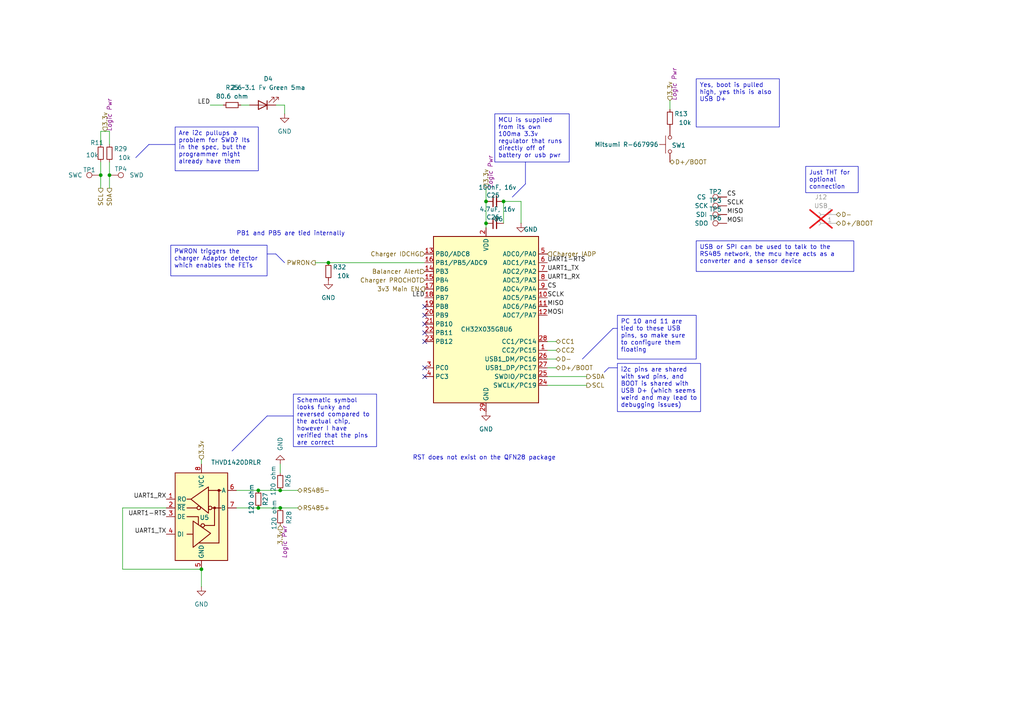
<source format=kicad_sch>
(kicad_sch (version 20250114) (generator "eeschema") (generator_version "9.0")
  (paper "A4")
  (title_block (title "CACKLE 2s 40A PSU & Charger") (date "2025-11-17") (rev "V1.1") (company "Author: Asher Edwards") (comment 1 "Licensed under CERN-OHL-S"))
  (lib_symbols
    (symbol "Connector:Conn_01x02_Socket" (pin_names (offset 1.016) (hide yes))
      (property "Reference" "J" (at 0 2.54 0))
      (property "Value" "Conn_01x02_Socket" (at 0 -5.08 0))
      (symbol "Conn_01x02_Socket_1_1"
        (polyline (pts (xy -1.27 0) (xy -0.508 0)) (stroke (width 0.1524)))
        (polyline (pts (xy -1.27 -2.54) (xy -0.508 -2.54)) (stroke (width 0.1524)))
        (arc (start 0 -0.508) (mid -0.5058 0) (end 0 0.508) (stroke (width 0.1524)))
        (arc (start 0 -3.048) (mid -0.5058 -2.54) (end 0 -2.032) (stroke (width 0.1524)))
        (pin passive line (at -5.08 0 0) (length 3.81) (name "Pin_1") (number "1"))
        (pin passive line (at -5.08 -2.54 0) (length 3.81) (name "Pin_2") (number "2"))
      )
    )
    (symbol "Connector:TestPoint" (pin_numbers (hide yes)) (pin_names (offset 0.762) (hide yes))
      (property "Reference" "TP" (at 0 6.858 0))
      (property "Value" "TestPoint" (at 0 5.08 0))
      (symbol "TestPoint_0_1"
        (circle (center 0 3.302) (radius 0.762))
      )
      (symbol "TestPoint_1_1"
        (pin passive line (at 0 0 90) (length 2.54) (name "1") (number "1"))
      )
    )
    (symbol "Device:C_Small" (pin_numbers (hide yes)) (pin_names (offset 0.254) (hide yes))
      (property "Reference" "C" (at 0.254 1.778 0))
      (property "Value" "C_Small" (at 0.254 -2.032 0))
      (symbol "C_Small_0_1"
        (polyline (pts (xy -1.524 0.508) (xy 1.524 0.508)) (stroke (width 0.3048)))
        (polyline (pts (xy -1.524 -0.508) (xy 1.524 -0.508)) (stroke (width 0.3302)))
      )
      (symbol "C_Small_1_1"
        (pin passive line (at 0 2.54 270) (length 2.032) (name "~") (number "1"))
        (pin passive line (at 0 -2.54 90) (length 2.032) (name "~") (number "2"))
      )
    )
    (symbol "Device:LED" (pin_numbers (hide yes)) (pin_names (offset 1.016) (hide yes))
      (property "Reference" "D" (at 0 2.54 0))
      (property "Value" "LED" (at 0 -2.54 0))
      (symbol "LED_0_1"
        (polyline (pts (xy -3.048 -0.762) (xy -4.572 -2.286) (xy -3.81 -2.286) (xy -4.572 -2.286) (xy -4.572 -1.524)))
        (polyline (pts (xy -1.778 -0.762) (xy -3.302 -2.286) (xy -2.54 -2.286) (xy -3.302 -2.286) (xy -3.302 -1.524)))
        (polyline (pts (xy -1.27 0) (xy 1.27 0)))
        (polyline (pts (xy -1.27 -1.27) (xy -1.27 1.27)) (stroke (width 0.254)))
        (polyline (pts (xy 1.27 -1.27) (xy 1.27 1.27) (xy -1.27 0) (xy 1.27 -1.27)) (stroke (width 0.254)))
      )
      (symbol "LED_1_1"
        (pin passive line (at -3.81 0 0) (length 2.54) (name "K") (number "1"))
        (pin passive line (at 3.81 0 180) (length 2.54) (name "A") (number "2"))
      )
    )
    (symbol "Device:R_Small" (pin_numbers (hide yes)) (pin_names (offset 0.254) (hide yes))
      (property "Reference" "R" (at 0 0 90))
      (property "Value" "R_Small" (at 1.778 0 90))
      (symbol "R_Small_0_1"
        (rectangle (start -0.762 1.778) (end 0.762 -1.778) (stroke (width 0.2032)))
      )
      (symbol "R_Small_1_1"
        (pin passive line (at 0 2.54 270) (length 0.762) (name "~") (number "1"))
        (pin passive line (at 0 -2.54 90) (length 0.762) (name "~") (number "2"))
      )
    )
    (symbol "Interface_UART:THVD1420D"
      (property "Reference" "U" (at -6.096 11.43 0))
      (property "Value" "THVD1420D" (at 0.762 11.43 0))
      (symbol "THVD1420D_0_1"
        (rectangle (start -7.62 12.7) (end 7.62 -12.7) (stroke (width 0.254)) (fill (type background)))
        (polyline (pts (xy -4.191 2.54) (xy -1.27 2.54)) (stroke (width 0.254)))
        (polyline (pts (xy -4.191 0) (xy -0.889 0) (xy -0.889 -2.286)) (stroke (width 0.254)))
        (polyline (pts (xy -3.175 5.08) (xy -4.191 5.08) (xy -4.064 5.08)) (stroke (width 0.254)))
        (polyline (pts (xy -2.54 -5.08) (xy -4.191 -5.08)) (stroke (width 0.254)))
        (polyline (pts (xy -2.413 -5.08) (xy -2.413 -1.27) (xy 2.667 -4.826) (xy -2.413 -8.89) (xy -2.413 -5.08)) (stroke (width 0.254)))
        (polyline (pts (xy -0.635 -7.62) (xy 5.08 -7.62)) (stroke (width 0.254)))
        (circle (center 0.381 -2.54) (radius 0.508) (stroke (width 0.254)))
        (polyline (pts (xy 0.889 -2.54) (xy 3.81 -2.54)) (stroke (width 0.254)))
        (polyline (pts (xy 2.032 7.62) (xy 5.715 7.62)) (stroke (width 0.254)))
        (polyline (pts (xy 3.048 2.54) (xy 5.715 2.54)) (stroke (width 0.254)))
        (circle (center 3.81 2.54) (radius 0.2794) (stroke (width 0.254)) (fill (type outline)))
        (polyline (pts (xy 3.81 -2.54) (xy 3.81 2.54)) (stroke (width 0.254)))
        (polyline (pts (xy 5.08 -7.62) (xy 5.08 7.62)) (stroke (width 0.254)))
      )
      (symbol "THVD1420D_1_1"
        (circle (center -0.762 2.54) (radius 0.508) (stroke (width 0.254)))
        (polyline (pts (xy 2.032 4.826) (xy 2.032 8.636) (xy -3.048 5.08) (xy 2.032 1.016) (xy 2.032 4.826)) (stroke (width 0.254)))
        (circle (center 2.54 2.54) (radius 0.508) (stroke (width 0.254)))
        (circle (center 5.08 7.62) (radius 0.2794) (stroke (width 0.254)) (fill (type outline)))
        (pin output line (at -10.16 5.08 0) (length 2.54) (name "RO") (number "1"))
        (pin input line (at -10.16 2.54 0) (length 2.54) (name "~{RE}") (number "2"))
        (pin input line (at -10.16 0 0) (length 2.54) (name "DE") (number "3"))
        (pin input line (at -10.16 -5.08 0) (length 2.54) (name "DI") (number "4"))
        (pin power_in line (at 0 15.24 270) (length 2.54) (name "VCC") (number "8"))
        (pin power_in line (at 0 -15.24 90) (length 2.54) (name "GND") (number "5"))
        (pin bidirectional line (at 10.16 7.62 180) (length 2.54) (name "A") (number "6"))
        (pin bidirectional line (at 10.16 2.54 180) (length 2.54) (name "B") (number "7"))
      )
    )
    (symbol "Switch:SW_Push" (pin_numbers (hide yes)) (pin_names (offset 1.016) (hide yes))
      (property "Reference" "SW" (at 1.27 2.54 0))
      (property "Value" "SW_Push" (at 0 -1.524 0))
      (symbol "SW_Push_0_1"
        (circle (center -2.032 0) (radius 0.508))
        (polyline (pts (xy 0 1.27) (xy 0 3.048)))
        (circle (center 2.032 0) (radius 0.508))
        (polyline (pts (xy 2.54 1.27) (xy -2.54 1.27)))
        (pin passive line (at -5.08 0 0) (length 2.54) (name "1") (number "1"))
        (pin passive line (at 5.08 0 180) (length 2.54) (name "2") (number "2"))
      )
    )
    (symbol "power:GND" (power) (pin_numbers (hide yes)) (pin_names (offset 0) (hide yes))
      (property "Value" "GND" (at 0 -3.81 0))
      (symbol "GND_0_1"
        (polyline (pts (xy 0 0) (xy 0 -1.27) (xy 1.27 -1.27) (xy 0 -2.54) (xy -1.27 -1.27) (xy 0 -1.27)))
      )
      (symbol "GND_1_1"
        (pin power_in line (at 0 0 270) (length 0) (name "~") (number "1"))
      )
    )
    (symbol "wch_mcu:CH32X035G8U6"
      (property "Reference" "U" (at -5.08 -30.48 0))
      (property "Value" "CH32X035G8U6" (at 10.16 -30.48 0))
      (symbol "CH32X035G8U6_0_1"
        (rectangle (start -15.24 22.86) (end 15.24 -25.4) (stroke (width 0.254)) (fill (type background)))
      )
      (symbol "CH32X035G8U6_1_1"
        (pin bidirectional line (at -17.78 17.78 0) (length 2.54) (name "PB0/ADC8") (number "13"))
        (pin bidirectional line (at -17.78 15.24 0) (length 2.54) (name "PB1/PB5/ADC9") (number "16"))
        (pin bidirectional line (at -17.78 12.7 0) (length 2.54) (name "PB3") (number "14"))
        (pin bidirectional line (at -17.78 10.16 0) (length 2.54) (name "PB4") (number "15"))
        (pin bidirectional line (at -17.78 7.62 0) (length 2.54) (name "PB6") (number "17"))
        (pin bidirectional line (at -17.78 5.08 0) (length 2.54) (name "PB7") (number "18"))
        (pin bidirectional line (at -17.78 2.54 0) (length 2.54) (name "PB8") (number "19"))
        (pin bidirectional line (at -17.78 0 0) (length 2.54) (name "PB9") (number "20"))
        (pin bidirectional line (at -17.78 -2.54 0) (length 2.54) (name "PB10") (number "21"))
        (pin bidirectional line (at -17.78 -5.08 0) (length 2.54) (name "PB11") (number "22"))
        (pin bidirectional line (at -17.78 -7.62 0) (length 2.54) (name "PB12") (number "23"))
        (pin bidirectional line (at -17.78 -15.24 0) (length 2.54) (name "PC0") (number "3"))
        (pin bidirectional line (at -17.78 -17.78 0) (length 2.54) (name "PC3") (number "4"))
        (pin power_in line (at 0 25.4 270) (length 2.54) (name "VDD") (number "2"))
        (pin power_in line (at 0 -27.94 90) (length 2.54) (name "GND") (number "29"))
        (pin bidirectional line (at 17.78 17.78 180) (length 2.54) (name "ADC0/PA0") (number "5"))
        (pin bidirectional line (at 17.78 15.24 180) (length 2.54) (name "ADC1/PA1") (number "6"))
        (pin bidirectional line (at 17.78 12.7 180) (length 2.54) (name "ADC2/PA2") (number "7"))
        (pin bidirectional line (at 17.78 10.16 180) (length 2.54) (name "ADC3/PA3") (number "8"))
        (pin bidirectional line (at 17.78 7.62 180) (length 2.54) (name "ADC4/PA4") (number "9"))
        (pin bidirectional line (at 17.78 5.08 180) (length 2.54) (name "ADC5/PA5") (number "10"))
        (pin bidirectional line (at 17.78 2.54 180) (length 2.54) (name "ADC6/PA6") (number "11"))
        (pin bidirectional line (at 17.78 0 180) (length 2.54) (name "ADC7/PA7") (number "12"))
        (pin bidirectional line (at 17.78 -7.62 180) (length 2.54) (name "CC1/PC14") (number "28"))
        (pin bidirectional line (at 17.78 -10.16 180) (length 2.54) (name "CC2/PC15") (number "1"))
        (pin bidirectional line (at 17.78 -12.7 180) (length 2.54) (name "USB1_DM/PC16") (number "26"))
        (pin bidirectional line (at 17.78 -15.24 180) (length 2.54) (name "USB1_DP/PC17") (number "27"))
        (pin bidirectional line (at 17.78 -17.78 180) (length 2.54) (name "SWDIO/PC18") (number "25"))
        (pin bidirectional line (at 17.78 -20.32 180) (length 2.54) (name "SWCLK/PC19") (number "24"))
      )
    )
  )
  (text "RST does not exist on the QFN28 package" (at 140.462 132.842 0) (effects (font (size 1.27 1.27))))
  (text "PB1 and PB5 are tied internally" (at 84.328 67.818 0) (effects (font (size 1.27 1.27))))
  (text_box "i2c pins are shared with swd pins, and BOOT is shared with USB D+ (which seems weird and may lead to debugging issues)" (at 179.07 105.41 0) (size 24.13 13.97) (margins 0.9525 0.9525 0.9525 0.9525) (effects (font (size 1.27 1.27)) (justify left top)))
  (text_box "MCU is supplied from its own 100ma 3.3v regulator that runs directly off of battery or usb pwr" (at 143.51 33.02 0) (size 21.59 13.97) (margins 0.9525 0.9525 0.9525 0.9525) (effects (font (size 1.27 1.27)) (justify left top)))
  (text_box "USB or SPI can be used to talk to the RS485 network, the mcu here acts as a converter and a sensor device" (at 201.93 69.85 0) (size 45.72 8.89) (margins 0.9525 0.9525 0.9525 0.9525) (effects (font (size 1.27 1.27)) (justify left top)))
  (text_box "Just THT for optional connection" (at 233.68 48.26 0) (size 15.24 7.62) (margins 0.9525 0.9525 0.9525 0.9525) (effects (font (size 1.27 1.27)) (justify left top)))
  (text_box "PC 10 and 11 are tied to these USB pins, so make sure to configure them floating" (at 179.07 91.44 0) (size 22.86 12.7) (margins 0.9525 0.9525 0.9525 0.9525) (effects (font (size 1.27 1.27)) (justify left top)))
  (text_box "PWRON triggers the charger Adaptor detector which enables the FETs" (at 49.53 71.12 0) (size 27.94 8.89) (margins 0.9525 0.9525 0.9525 0.9525) (effects (font (size 1.27 1.27)) (justify left top)))
  (text_box "Yes, boot is pulled high, yes this is also USB D+" (at 201.93 22.86 0) (size 24.13 13.97) (margins 0.9525 0.9525 0.9525 0.9525) (effects (font (size 1.27 1.27)) (justify left top)))
  (text_box "Schematic symbol looks funky and reversed compared to the actual chip, however I have verified that the pins are correct" (at 85.09 114.3 0) (size 24.13 15.24) (margins 0.9525 0.9525 0.9525 0.9525) (effects (font (size 1.27 1.27)) (justify left top)))
  (text_box "Are i2c pullups a problem for SWD? Its in the spec, but the programmer might already have them" (at 50.8 36.83 0) (size 24.13 12.7) (margins 0.9525 0.9525 0.9525 0.9525) (effects (font (size 1.27 1.27)) (justify left top)))
  (junction (at 81.28 142.24))
  (junction (at 58.42 165.1))
  (junction (at 140.97 64.77))
  (junction (at 81.28 147.32))
  (junction (at 31.75 50.8))
  (junction (at 74.93 147.32))
  (junction (at 140.97 58.42))
  (junction (at 146.05 58.42))
  (junction (at 29.21 50.8))
  (junction (at 74.93 142.24))
  (junction (at 95.25 76.2))
  (no_connect (at 123.19 109.22))
  (no_connect (at 123.19 91.44))
  (no_connect (at 123.19 99.06))
  (no_connect (at 123.19 106.68))
  (no_connect (at 123.19 88.9))
  (no_connect (at 123.19 96.52))
  (no_connect (at 123.19 93.98))
  (polyline (pts (xy 67.31 130.81) (xy 77.47 120.65)))
  (polyline (pts (xy 80.01 73.66) (xy 82.55 76.2)))
  (wire (pts (xy 140.97 58.42) (xy 140.97 64.77)))
  (wire (pts (xy 58.42 170.18) (xy 58.42 165.1)))
  (wire (pts (xy 58.42 133.35) (xy 58.42 134.62)))
  (wire (pts (xy 158.75 109.22) (xy 170.18 109.22)))
  (wire (pts (xy 81.28 147.32) (xy 86.36 147.32)))
  (wire (pts (xy 29.21 38.1) (xy 31.75 38.1)))
  (wire (pts (xy 151.13 58.42) (xy 146.05 58.42)))
  (wire (pts (xy 80.01 30.48) (xy 82.55 30.48)))
  (polyline (pts (xy 152.4 46.99) (xy 152.4 53.34)))
  (wire (pts (xy 60.96 30.48) (xy 64.77 30.48)))
  (polyline (pts (xy 175.26 107.95) (xy 176.53 106.68)))
  (wire (pts (xy 31.75 41.91) (xy 31.75 38.1)))
  (wire (pts (xy 194.31 29.21) (xy 194.31 31.75)))
  (wire (pts (xy 29.21 50.8) (xy 29.21 54.61)))
  (wire (pts (xy 82.55 30.48) (xy 82.55 33.02)))
  (wire (pts (xy 74.93 142.24) (xy 68.58 142.24)))
  (wire (pts (xy 161.29 104.14) (xy 158.75 104.14)))
  (polyline (pts (xy 148.59 57.15) (xy 152.4 53.34)))
  (polyline (pts (xy 77.47 73.66) (xy 80.01 73.66)))
  (wire (pts (xy 35.56 165.1) (xy 58.42 165.1)))
  (wire (pts (xy 48.26 147.32) (xy 35.56 147.32)))
  (polyline (pts (xy 50.8 41.91) (xy 43.18 41.91)))
  (wire (pts (xy 91.44 76.2) (xy 95.25 76.2)))
  (wire (pts (xy 81.28 134.62) (xy 81.28 137.16)))
  (polyline (pts (xy 179.07 95.25) (xy 177.8 95.25)))
  (wire (pts (xy 29.21 50.8) (xy 29.21 46.99)))
  (polyline (pts (xy 168.91 104.14) (xy 177.8 95.25)))
  (polyline (pts (xy 85.09 120.65) (xy 77.47 120.65)))
  (wire (pts (xy 146.05 58.42) (xy 146.05 64.77)))
  (polyline (pts (xy 179.07 106.68) (xy 176.53 106.68)))
  (wire (pts (xy 31.75 50.8) (xy 31.75 46.99)))
  (wire (pts (xy 158.75 111.76) (xy 170.18 111.76)))
  (wire (pts (xy 140.97 54.61) (xy 140.97 58.42)))
  (wire (pts (xy 161.29 106.68) (xy 158.75 106.68)))
  (wire (pts (xy 151.13 64.77) (xy 151.13 58.42)))
  (wire (pts (xy 74.93 147.32) (xy 68.58 147.32)))
  (wire (pts (xy 69.85 30.48) (xy 72.39 30.48)))
  (wire (pts (xy 161.29 101.6) (xy 158.75 101.6)))
  (wire (pts (xy 161.29 99.06) (xy 158.75 99.06)))
  (wire (pts (xy 74.93 147.32) (xy 81.28 147.32)))
  (wire (pts (xy 140.97 64.77) (xy 140.97 66.04)))
  (wire (pts (xy 95.25 76.2) (xy 123.19 76.2)))
  (wire (pts (xy 31.75 54.61) (xy 31.75 50.8)))
  (wire (pts (xy 29.21 38.1) (xy 29.21 41.91)))
  (wire (pts (xy 81.28 142.24) (xy 86.36 142.24)))
  (wire (pts (xy 35.56 147.32) (xy 35.56 165.1)))
  (polyline (pts (xy 39.37 45.72) (xy 43.18 41.91)))
  (wire (pts (xy 81.28 142.24) (xy 74.93 142.24)))
  (label "MOSI" (at 210.82 64.77 0))
  (label "CS" (at 210.82 57.15 0))
  (label "UART1-RTS" (at 158.75 76.2 0))
  (label "SCLK" (at 158.75 86.36 0))
  (label "SCLK" (at 210.82 59.69 0))
  (label "MOSI" (at 158.75 91.44 0))
  (label "MISO" (at 158.75 88.9 0))
  (label "LED" (at 123.19 86.36 180))
  (label "UART1-RTS" (at 48.26 149.86 180))
  (label "UART1_TX" (at 48.26 154.94 180))
  (label "MISO" (at 210.82 62.23 0))
  (label "UART1_TX" (at 158.75 78.74 0))
  (label "UART1_RX" (at 48.26 144.78 180))
  (label "UART1_RX" (at 158.75 81.28 0))
  (label "CS" (at 158.75 83.82 0))
  (label "LED" (at 60.96 30.48 180))
  (hierarchical_label "D+{slash}BOOT" (shape bidirectional) (at 194.31 46.99 0))
  (hierarchical_label "3.3v" (shape input) (at 140.97 54.61 90) (property "Netclass" "Logic Pwr" (at 142.24 54.61 90) (effects (font (italic yes)) (justify left))))
  (hierarchical_label "PWRON" (shape output) (at 91.44 76.2 180))
  (hierarchical_label "D+{slash}BOOT" (shape bidirectional) (at 161.29 106.68 0))
  (hierarchical_label "SDA" (shape output) (at 170.18 109.22 0))
  (hierarchical_label "Charger IADP" (shape input) (at 158.75 73.66 0))
  (hierarchical_label "Charger PROCHOT" (shape input) (at 123.19 81.28 180))
  (hierarchical_label "CC2" (shape bidirectional) (at 161.29 101.6 0))
  (hierarchical_label "D-" (shape bidirectional) (at 161.29 104.14 0))
  (hierarchical_label "Balancer Alert" (shape input) (at 123.19 78.74 180))
  (hierarchical_label "SDA" (shape output) (at 31.75 54.61 270))
  (hierarchical_label "3.3v" (shape input) (at 194.31 29.21 90) (property "Netclass" "Logic Pwr" (at 195.58 29.21 90) (effects (font (italic yes)) (justify left))))
  (hierarchical_label "RS485-" (shape bidirectional) (at 86.36 142.24 0))
  (hierarchical_label "SCL" (shape output) (at 170.18 111.76 0))
  (hierarchical_label "RS485+" (shape bidirectional) (at 86.36 147.32 0))
  (hierarchical_label "3.3v" (shape input) (at 58.42 133.35 90))
  (hierarchical_label "3v3 Main EN" (shape output) (at 123.19 83.82 180))
  (hierarchical_label "D+{slash}BOOT" (shape bidirectional) (at 242.57 64.77 0))
  (hierarchical_label "Charger IDCHG" (shape input) (at 123.19 73.66 180))
  (hierarchical_label "D-" (shape bidirectional) (at 242.57 62.23 0))
  (hierarchical_label "3.3v" (shape input) (at 81.28 152.4 270) (property "Netclass" "Logic Pwr" (at 82.55 152.4 90) (effects (font (italic yes)) (justify right))))
  (hierarchical_label "3.3v" (shape input) (at 30.48 38.1 90) (property "Netclass" "Logic Pwr" (at 31.75 38.1 90) (effects (font (italic yes)) (justify left))))
  (hierarchical_label "SCL" (shape output) (at 29.21 54.61 270))
  (hierarchical_label "CC1" (shape bidirectional) (at 161.29 99.06 0))
  (symbol (lib_id "Connector:TestPoint") (at 29.21 50.8 90) (unit 1) (in_bom no)
    (property "Reference" "TP1" (at 25.908 49.276 90))
    (property "Value" "SWC" (at 21.844 50.8 90))
    (property "Footprint" "TestPoint:TestPoint_Pad_D1.0mm" (effects (hide yes)))
    (property "Description" "test point" (effects (hide yes)))
  )
  (symbol (lib_id "power:GND") (at 95.25 81.28 0) (unit 1)
    (property "Reference" "#PWR049" (effects (hide yes)))
    (property "Value" "GND" (at 95.25 86.36 0))
    (property "Description" "Power symbol creates a global label with name \"GND\" , ground" (effects (hide yes)))
  )
  (symbol (lib_id "Device:LED") (at 76.2 30.48 180) (unit 1)
    (property "Reference" "D4" (at 77.7875 22.86 0))
    (property "Value" "2.6~3.1 Fv Green 5ma" (at 77.7875 25.4 0))
    (property "Footprint" "LED_SMD:LED_0603_1608Metric_Pad1.05x0.95mm_HandSolder" (effects (hide yes)))
    (property "Description" "Light emitting diode" (effects (hide yes)))
    (property "LCSC" "C3028858" (effects (hide yes)))
    (property "Sim.Pins" "1=K 2=A" (effects (hide yes)))
  )
  (symbol (lib_id "Device:R_Small") (at 29.21 44.45 180) (unit 1)
    (property "Reference" "R11" (at 26.162 41.402 0) (effects (justify right)))
    (property "Value" "10k" (at 24.892 44.958 0) (effects (justify right)))
    (property "Footprint" "Resistor_SMD:R_0402_1005Metric" (effects (hide yes)))
    (property "Description" "Resistor, small symbol" (effects (hide yes)))
    (property "LCSC" "C25744" (effects (hide yes)))
  )
  (symbol (lib_id "Switch:SW_Push") (at 194.31 41.91 90) (unit 1)
    (property "Reference" "SW1" (at 194.818 42.164 90) (effects (justify right)))
    (property "Value" "Mitsumi R-667996" (at 172.466 41.91 90) (effects (justify right)))
    (property "Footprint" "Misumi switches:R-667995_MIT" (effects (hide yes)))
    (property "Description" "Push button switch, generic, two pins" (effects (hide yes)))
    (property "LCSC" "C4365007" (effects (hide yes)))
  )
  (symbol (lib_id "Device:R_Small") (at 74.93 144.78 0) (unit 1)
    (property "Reference" "R27" (at 76.962 144.78 90))
    (property "Value" "120 ohm" (at 72.898 144.78 90))
    (property "Footprint" "Resistor_SMD:R_0402_1005Metric" (effects (hide yes)))
    (property "Description" "Resistor, small symbol" (effects (hide yes)))
    (property "LCSC" "C25079" (effects (hide yes)))
  )
  (symbol (lib_id "Device:R_Small") (at 81.28 139.7 180) (unit 1)
    (property "Reference" "R26" (at 83.566 139.446 90))
    (property "Value" "120 ohm" (at 79.248 139.446 90))
    (property "Footprint" "Resistor_SMD:R_0402_1005Metric" (effects (hide yes)))
    (property "Description" "Resistor, small symbol" (effects (hide yes)))
    (property "LCSC" "C25079" (effects (hide yes)))
  )
  (symbol (lib_id "Connector:TestPoint") (at 210.82 62.23 90) (unit 1) (in_bom no)
    (property "Reference" "TP5" (at 207.518 60.706 90))
    (property "Value" "SDI" (at 203.454 62.23 90))
    (property "Footprint" "TestPoint:TestPoint_Pad_D1.0mm" (effects (hide yes)))
    (property "Description" "test point" (effects (hide yes)))
  )
  (symbol (lib_id "Connector:TestPoint") (at 210.82 64.77 90) (unit 1) (in_bom no)
    (property "Reference" "TP6" (at 207.518 63.246 90))
    (property "Value" "SDO" (at 203.454 64.77 90))
    (property "Footprint" "TestPoint:TestPoint_Pad_D1.0mm" (effects (hide yes)))
    (property "Description" "test point" (effects (hide yes)))
  )
  (symbol (lib_id "power:GND") (at 151.13 64.77 0) (unit 1)
    (property "Reference" "#PWR033" (effects (hide yes)))
    (property "Value" "GND" (at 153.924 66.548 0))
    (property "Description" "Power symbol creates a global label with name \"GND\" , ground" (effects (hide yes)))
  )
  (symbol (lib_id "Device:R_Small") (at 67.31 30.48 90) (unit 1)
    (property "Reference" "R25" (at 67.31 25.4 90))
    (property "Value" "80.6 ohm" (at 67.31 27.94 90))
    (property "Footprint" "Resistor_SMD:R_0402_1005Metric" (effects (hide yes)))
    (property "Description" "Resistor, small symbol" (effects (hide yes)))
    (property "LCSC" "C185392" (effects (hide yes)))
  )
  (symbol (lib_id "power:GND") (at 81.28 134.62 180) (unit 1)
    (property "Reference" "#PWR036" (effects (hide yes)))
    (property "Value" "GND" (at 81.2801 130.81 90) (effects (justify right)))
    (property "Description" "Power symbol creates a global label with name \"GND\" , ground" (effects (hide yes)))
  )
  (symbol (lib_id "Connector:TestPoint") (at 210.82 57.15 90) (unit 1) (in_bom no)
    (property "Reference" "TP2" (at 207.518 55.626 90))
    (property "Value" "CS" (at 203.454 57.15 90))
    (property "Footprint" "TestPoint:TestPoint_Pad_D1.0mm" (effects (hide yes)))
    (property "Description" "test point" (effects (hide yes)))
  )
  (symbol (lib_id "Connector:TestPoint") (at 210.82 59.69 90) (unit 1) (in_bom no)
    (property "Reference" "TP3" (at 207.518 58.166 90))
    (property "Value" "SCK" (at 203.454 59.69 90))
    (property "Footprint" "TestPoint:TestPoint_Pad_D1.0mm" (effects (hide yes)))
    (property "Description" "test point" (effects (hide yes)))
  )
  (symbol (lib_id "power:GND") (at 82.55 33.02 0) (unit 1)
    (property "Reference" "#PWR031" (effects (hide yes)))
    (property "Value" "GND" (at 82.55 38.1 0))
    (property "Description" "Power symbol creates a global label with name \"GND\" , ground" (effects (hide yes)))
  )
  (symbol (lib_id "Device:R_Small") (at 194.31 34.29 180) (unit 1)
    (property "Reference" "R13" (at 195.58 33.02 0) (effects (justify right)))
    (property "Value" "10k" (at 196.85 35.5599 0) (effects (justify right)))
    (property "Footprint" "Resistor_SMD:R_0402_1005Metric" (effects (hide yes)))
    (property "Description" "Resistor, small symbol" (effects (hide yes)))
    (property "LCSC" "C25744" (effects (hide yes)))
  )
  (symbol (lib_id "Device:C_Small") (at 143.51 58.42 90) (unit 1)
    (property "Reference" "C25" (at 143.002 56.642 90))
    (property "Value" "100nF, 16v" (at 144.272 54.356 90))
    (property "Footprint" "Capacitor_SMD:C_0402_1005Metric" (effects (hide yes)))
    (property "Description" "Unpolarized capacitor, small symbol" (effects (hide yes)))
    (property "LCSC" "C1525" (effects (hide yes)))
  )
  (symbol (lib_id "wch_mcu:CH32X035G8U6") (at 140.97 91.44 0) (unit 1)
    (property "Reference" "U6" (at 143.1641 63.5 0) (effects (justify left)))
    (property "Value" "CH32X035G8U6" (at 133.604 95.504 0) (effects (justify left)))
    (property "Footprint" "qfn_custom:QFN-28-1EP_4x4mm_P0.4mm_EP2.8x2.8mm" (effects (hide yes)))
    (property "LCSC" "C7437027" (effects (hide yes)))
    (property "Rotation Offset" "180" (effects (hide yes)))
  )
  (symbol (lib_id "Interface_UART:THVD1420D") (at 58.42 149.86 0) (unit 1)
    (property "Reference" "U5" (at 57.912 150.114 0) (effects (justify left)))
    (property "Value" "THVD1420DRLR" (at 61.214 134.112 0) (effects (justify left)))
    (property "Footprint" "Package_TO_SOT_SMD:SOT-583-8" (effects (hide yes)))
    (property "Datasheet" "https://www.ti.com/lit/ds/symlink/thvd1420.pdf" (effects (hide yes)))
    (property "Description" "Half duplex RS-485/RS-422, 12 Mbps, 3V - 5.5V supply, ±12kV electro-static discharge (ESD) protection, with receiver/driver enable, 32 receiver drive capacity, SOIC-8" (effects (hide yes)))
  )
  (symbol (lib_id "Connector:TestPoint") (at 31.75 50.8 270) (unit 1) (in_bom no)
    (property "Reference" "TP4" (at 35.052 49.022 90))
    (property "Value" "SWD" (at 39.624 50.8 90))
    (property "Footprint" "TestPoint:TestPoint_Pad_D1.0mm" (effects (hide yes)))
    (property "Description" "test point" (effects (hide yes)))
  )
  (symbol (lib_id "power:GND") (at 58.42 170.18 0) (unit 1)
    (property "Reference" "#PWR034" (effects (hide yes)))
    (property "Value" "GND" (at 58.42 175.26 0))
    (property "Description" "Power symbol creates a global label with name \"GND\" , ground" (effects (hide yes)))
  )
  (symbol (lib_id "power:GND") (at 140.97 119.38 0) (unit 1)
    (property "Reference" "#PWR030" (effects (hide yes)))
    (property "Value" "GND" (at 140.97 124.46 0))
    (property "Description" "Power symbol creates a global label with name \"GND\" , ground" (effects (hide yes)))
  )
  (symbol (lib_id "Device:R_Small") (at 81.28 149.86 180) (unit 1)
    (property "Reference" "R28" (at 83.82 150.114 90))
    (property "Value" "120 ohm" (at 79.502 149.352 90))
    (property "Footprint" "Resistor_SMD:R_0402_1005Metric" (effects (hide yes)))
    (property "Description" "Resistor, small symbol" (effects (hide yes)))
    (property "LCSC" "C25079" (effects (hide yes)))
  )
  (symbol (lib_id "Connector:Conn_01x02_Socket") (at 237.49 64.77 180) (unit 1) (in_bom no) (dnp yes)
    (property "Reference" "J12" (at 238.125 57.15 0))
    (property "Value" "USB" (at 238.125 59.69 0))
    (property "Footprint" "Connector_PinHeader_1.27mm:PinHeader_1x02_P1.27mm_Vertical" (effects (hide yes)))
    (property "Description" "Generic connector, single row, 01x02, script generated" (effects (hide yes)))
  )
  (symbol (lib_id "Device:R_Small") (at 31.75 44.45 180) (unit 1)
    (property "Reference" "R29" (at 33.02 43.18 0) (effects (justify right)))
    (property "Value" "10k" (at 34.29 45.7199 0) (effects (justify right)))
    (property "Footprint" "Resistor_SMD:R_0402_1005Metric" (effects (hide yes)))
    (property "Description" "Resistor, small symbol" (effects (hide yes)))
    (property "LCSC" "C25744" (effects (hide yes)))
  )
  (symbol (lib_id "Device:C_Small") (at 143.51 64.77 90) (unit 1)
    (property "Reference" "C26" (at 143.002 62.992 90))
    (property "Value" "4.7uF, 16v" (at 144.272 60.706 90))
    (property "Footprint" "Capacitor_SMD:C_0603_1608Metric" (effects (hide yes)))
    (property "Description" "Unpolarized capacitor, small symbol" (effects (hide yes)))
    (property "LCSC" "C19666" (effects (hide yes)))
  )
  (symbol (lib_id "Device:R_Small") (at 95.25 78.74 180) (unit 1)
    (property "Reference" "R32" (at 96.52 77.47 0) (effects (justify right)))
    (property "Value" "10k" (at 97.79 80.0099 0) (effects (justify right)))
    (property "Footprint" "Resistor_SMD:R_0402_1005Metric" (effects (hide yes)))
    (property "Description" "Resistor, small symbol" (effects (hide yes)))
    (property "LCSC" "C25744" (effects (hide yes)))
  )
)
</source>
